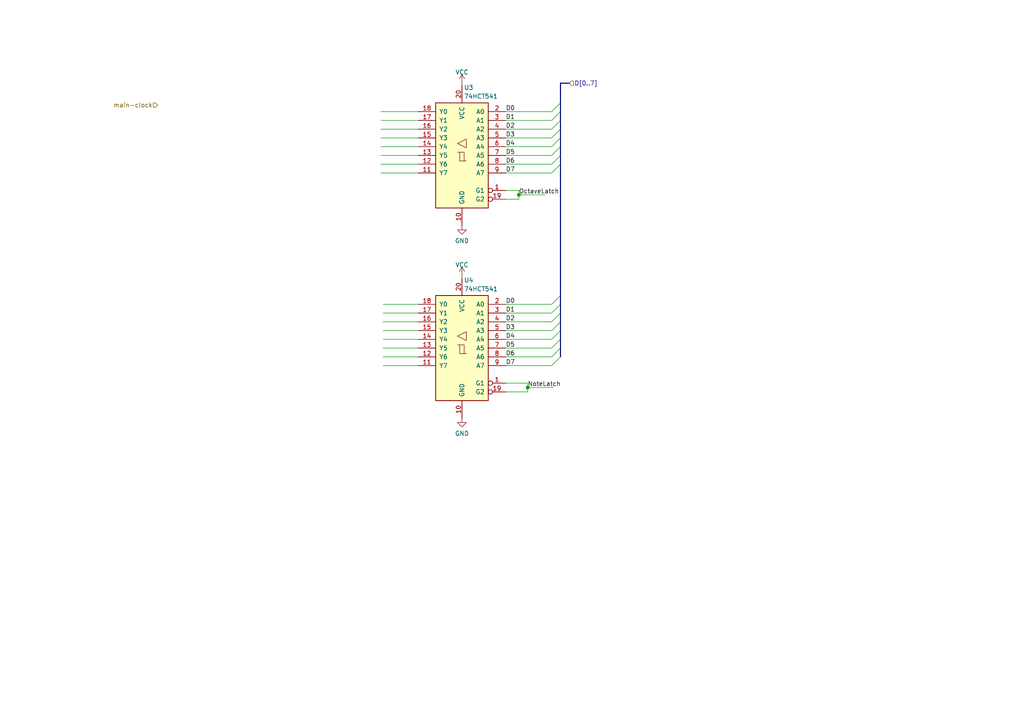
<source format=kicad_sch>
(kicad_sch (version 20230121) (generator eeschema)
  (paper "A4")
  (lib_symbols
    (symbol "74xx:74HCT541" (pin_names (offset 1.016))
      (property "Reference" "U" (at -7.62 16.51 0))
      (property "Value" "74HCT541" (at -7.62 -16.51 0))
      (symbol "74HCT541_1_0"
        (polyline (pts (xy -0.635 -1.6002) (xy -0.635 0.9398) (xy 0.635 0.9398)))
        (polyline (pts (xy -1.27 -1.6002) (xy 0.635 -1.6002) (xy 0.635 0.9398) (xy 1.27 0.9398)))
        (polyline (pts (xy 1.27 3.4798) (xy -1.27 4.7498) (xy -1.27 2.2098) (xy 1.27 3.4798)) (stroke (width 0.1524)))
        (pin input inverted (at -12.7 -10.16 0) (length 5.08) (name "G1") (number "1"))
        (pin power_in line (at 0 -20.32 90) (length 5.08) (name "GND") (number "10"))
        (pin tri_state line (at 12.7 -5.08 180) (length 5.08) (name "Y7") (number "11"))
        (pin tri_state line (at 12.7 -2.54 180) (length 5.08) (name "Y6") (number "12"))
        (pin tri_state line (at 12.7 0 180) (length 5.08) (name "Y5") (number "13"))
        (pin tri_state line (at 12.7 2.54 180) (length 5.08) (name "Y4") (number "14"))
        (pin tri_state line (at 12.7 5.08 180) (length 5.08) (name "Y3") (number "15"))
        (pin tri_state line (at 12.7 7.62 180) (length 5.08) (name "Y2") (number "16"))
        (pin tri_state line (at 12.7 10.16 180) (length 5.08) (name "Y1") (number "17"))
        (pin tri_state line (at 12.7 12.7 180) (length 5.08) (name "Y0") (number "18"))
        (pin input inverted (at -12.7 -12.7 0) (length 5.08) (name "G2") (number "19"))
        (pin input line (at -12.7 12.7 0) (length 5.08) (name "A0") (number "2"))
        (pin power_in line (at 0 20.32 270) (length 5.08) (name "VCC") (number "20"))
        (pin input line (at -12.7 10.16 0) (length 5.08) (name "A1") (number "3"))
        (pin input line (at -12.7 7.62 0) (length 5.08) (name "A2") (number "4"))
        (pin input line (at -12.7 5.08 0) (length 5.08) (name "A3") (number "5"))
        (pin input line (at -12.7 2.54 0) (length 5.08) (name "A4") (number "6"))
        (pin input line (at -12.7 0 0) (length 5.08) (name "A5") (number "7"))
        (pin input line (at -12.7 -2.54 0) (length 5.08) (name "A6") (number "8"))
        (pin input line (at -12.7 -5.08 0) (length 5.08) (name "A7") (number "9"))
      )
      (symbol "74HCT541_1_1"
        (rectangle (start -7.62 15.24) (end 7.62 -15.24) (stroke (width 0.254)) (fill (type background)))
      )
    )
    (symbol "power:GND" (power) (pin_names (offset 0))
      (property "Value" "GND" (at 0 -3.81 0))
      (symbol "GND_0_1"
        (polyline (pts (xy 0 0) (xy 0 -1.27) (xy 1.27 -1.27) (xy 0 -2.54) (xy -1.27 -1.27) (xy 0 -1.27)))
      )
      (symbol "GND_1_1"
        (pin power_in line (at 0 0 270) (length 0) hide (name "GND") (number "1"))
      )
    )
    (symbol "power:VCC" (power) (pin_names (offset 0))
      (property "Value" "VCC" (at 0 3.81 0))
      (symbol "VCC_0_1"
        (polyline (pts (xy -0.762 1.27) (xy 0 2.54)))
        (polyline (pts (xy 0 0) (xy 0 2.54)))
        (polyline (pts (xy 0 2.54) (xy 0.762 1.27)))
      )
      (symbol "VCC_1_1"
        (pin power_in line (at 0 0 90) (length 0) hide (name "VCC") (number "1"))
      )
    )
  )
  (junction (at 150.495 56.515))
  (junction (at 153.035 112.395))
  (bus_entry (at 162.56 85.725) (size -2.54 2.54))
  (bus_entry (at 162.56 88.265) (size -2.54 2.54))
  (bus_entry (at 162.56 42.545) (size -2.54 2.54))
  (bus_entry (at 162.56 40.005) (size -2.54 2.54))
  (bus_entry (at 162.56 95.885) (size -2.54 2.54))
  (bus_entry (at 162.56 47.625) (size -2.54 2.54))
  (bus_entry (at 162.56 45.085) (size -2.54 2.54))
  (bus_entry (at 162.56 103.505) (size -2.54 2.54))
  (bus_entry (at 162.56 34.925) (size -2.54 2.54))
  (bus_entry (at 162.56 37.465) (size -2.54 2.54))
  (bus_entry (at 162.56 32.385) (size -2.54 2.54))
  (bus_entry (at 162.56 29.845) (size -2.54 2.54))
  (bus_entry (at 162.56 93.345) (size -2.54 2.54))
  (bus_entry (at 162.56 100.965) (size -2.54 2.54))
  (bus_entry (at 162.56 98.425) (size -2.54 2.54))
  (bus_entry (at 162.56 90.805) (size -2.54 2.54))
  (wire (pts (xy 153.035 112.395) (xy 153.035 113.665)))
  (bus (pts (xy 162.56 37.465) (xy 162.56 40.005)))
  (wire (pts (xy 133.985 80.01) (xy 133.985 80.645)))
  (wire (pts (xy 121.285 95.885) (xy 111.125 95.885)))
  (wire (pts (xy 121.285 40.005) (xy 110.49 40.005)))
  (wire (pts (xy 121.285 100.965) (xy 111.125 100.965)))
  (wire (pts (xy 146.685 93.345) (xy 160.02 93.345)))
  (wire (pts (xy 150.495 56.515) (xy 158.115 56.515)))
  (bus (pts (xy 162.56 29.845) (xy 162.56 32.385)))
  (wire (pts (xy 146.685 40.005) (xy 160.02 40.005)))
  (wire (pts (xy 121.285 50.165) (xy 110.49 50.165)))
  (wire (pts (xy 146.685 106.045) (xy 160.02 106.045)))
  (bus (pts (xy 162.56 32.385) (xy 162.56 34.925)))
  (bus (pts (xy 162.56 88.265) (xy 162.56 90.805)))
  (bus (pts (xy 162.56 95.885) (xy 162.56 98.425)))
  (wire (pts (xy 146.685 50.165) (xy 160.02 50.165)))
  (wire (pts (xy 146.685 55.245) (xy 150.495 55.245)))
  (wire (pts (xy 153.035 113.665) (xy 146.685 113.665)))
  (wire (pts (xy 153.035 112.395) (xy 160.655 112.395)))
  (wire (pts (xy 121.285 37.465) (xy 110.49 37.465)))
  (wire (pts (xy 146.685 100.965) (xy 160.02 100.965)))
  (wire (pts (xy 121.285 98.425) (xy 111.125 98.425)))
  (wire (pts (xy 150.495 55.245) (xy 150.495 56.515)))
  (bus (pts (xy 162.56 100.965) (xy 162.56 103.505)))
  (wire (pts (xy 121.285 90.805) (xy 111.125 90.805)))
  (wire (pts (xy 121.285 32.385) (xy 110.49 32.385)))
  (wire (pts (xy 146.685 95.885) (xy 160.02 95.885)))
  (wire (pts (xy 146.685 37.465) (xy 160.02 37.465)))
  (bus (pts (xy 162.56 42.545) (xy 162.56 45.085)))
  (bus (pts (xy 162.56 45.085) (xy 162.56 47.625)))
  (wire (pts (xy 121.285 45.085) (xy 110.49 45.085)))
  (bus (pts (xy 162.56 40.005) (xy 162.56 42.545)))
  (wire (pts (xy 121.285 106.045) (xy 111.125 106.045)))
  (wire (pts (xy 146.685 98.425) (xy 160.02 98.425)))
  (wire (pts (xy 146.685 45.085) (xy 160.02 45.085)))
  (wire (pts (xy 121.285 93.345) (xy 111.125 93.345)))
  (wire (pts (xy 121.285 34.925) (xy 110.49 34.925)))
  (wire (pts (xy 153.035 111.125) (xy 153.035 112.395)))
  (wire (pts (xy 150.495 56.515) (xy 150.495 57.785)))
  (wire (pts (xy 121.285 47.625) (xy 110.49 47.625)))
  (wire (pts (xy 146.685 88.265) (xy 160.02 88.265)))
  (bus (pts (xy 165.1 24.13) (xy 162.56 24.13)))
  (wire (pts (xy 150.495 57.785) (xy 146.685 57.785)))
  (wire (pts (xy 146.685 42.545) (xy 160.02 42.545)))
  (wire (pts (xy 133.985 24.13) (xy 133.985 24.765)))
  (wire (pts (xy 121.285 42.545) (xy 110.49 42.545)))
  (wire (pts (xy 146.685 34.925) (xy 160.02 34.925)))
  (bus (pts (xy 162.56 24.13) (xy 162.56 29.845)))
  (wire (pts (xy 146.685 90.805) (xy 160.02 90.805)))
  (wire (pts (xy 160.02 103.505) (xy 146.685 103.505)))
  (bus (pts (xy 162.56 85.725) (xy 162.56 88.265)))
  (bus (pts (xy 162.56 34.925) (xy 162.56 37.465)))
  (wire (pts (xy 146.685 111.125) (xy 153.035 111.125)))
  (wire (pts (xy 146.685 32.385) (xy 160.02 32.385)))
  (bus (pts (xy 162.56 90.805) (xy 162.56 93.345)))
  (wire (pts (xy 121.285 103.505) (xy 111.125 103.505)))
  (bus (pts (xy 162.56 47.625) (xy 162.56 85.725)))
  (wire (pts (xy 160.02 47.625) (xy 146.685 47.625)))
  (bus (pts (xy 162.56 93.345) (xy 162.56 95.885)))
  (bus (pts (xy 162.56 98.425) (xy 162.56 100.965)))
  (wire (pts (xy 121.285 88.265) (xy 111.125 88.265)))
  (label "OctaveLatch" (at 150.495 56.515 0))
  (label "D2" (at 146.685 37.465 0))
  (label "D3" (at 146.685 40.005 0))
  (label "D7" (at 146.685 106.045 0))
  (label "D5" (at 146.685 100.965 0))
  (label "D0" (at 146.685 88.265 0))
  (label "D2" (at 146.685 93.345 0))
  (label "D0" (at 146.685 32.385 0))
  (label "NoteLatch" (at 153.035 112.395 0))
  (label "D4" (at 146.685 42.545 0))
  (label "D1" (at 146.685 90.805 0))
  (label "D7" (at 146.685 50.165 0))
  (label "D3" (at 146.685 95.885 0))
  (label "D5" (at 146.685 45.085 0))
  (label "D6" (at 146.685 103.505 0))
  (label "D4" (at 146.685 98.425 0))
  (label "D1" (at 146.685 34.925 0))
  (label "D6" (at 146.685 47.625 0))
  (hierarchical_label "main-clock" (shape input) (at 45.72 30.48 180))
  (hierarchical_label "D[0..7]" (shape input) (at 165.1 24.13 0))
  (symbol (lib_id "power:VCC") (at 133.985 80.01 0) (unit 1)
    (property "Reference" "#PWR04" (effects hide))
    (property "Value" "VCC" (at 133.985 76.835 0))
  )
  (symbol (lib_id "74xx:74HCT541") (at 133.985 45.085 0) (mirror y) (unit 1)
    (property "Reference" "U3" (at 134.5691 25.4 0) (effects (justify right)))
    (property "Value" "74HCT541" (at 134.5691 27.94 0) (effects (justify right)))
    (property "Footprint" "Package_DIP:DIP-20_W7.62mm" (effects hide))
    (property "Datasheet" "http://www.ti.com/lit/gpn/sn74HCT541" (effects hide))
  )
  (symbol (lib_id "power:GND") (at 133.985 121.285 0) (unit 1)
    (property "Reference" "#PWR07" (effects hide))
    (property "Value" "GND" (at 133.985 125.73 0))
  )
  (symbol (lib_id "power:VCC") (at 133.985 24.13 0) (unit 1)
    (property "Reference" "#PWR02" (effects hide))
    (property "Value" "VCC" (at 133.985 20.955 0))
  )
  (symbol (lib_id "74xx:74HCT541") (at 133.985 100.965 0) (mirror y) (unit 1)
    (property "Reference" "U4" (at 134.5691 81.28 0) (effects (justify right)))
    (property "Value" "74HCT541" (at 134.5691 83.82 0) (effects (justify right)))
    (property "Footprint" "Package_DIP:DIP-20_W7.62mm" (effects hide))
    (property "Datasheet" "http://www.ti.com/lit/gpn/sn74HCT541" (effects hide))
  )
  (symbol (lib_id "power:GND") (at 133.985 65.405 0) (unit 1)
    (property "Reference" "#PWR08" (effects hide))
    (property "Value" "GND" (at 133.985 69.85 0))
  )
)
</source>
